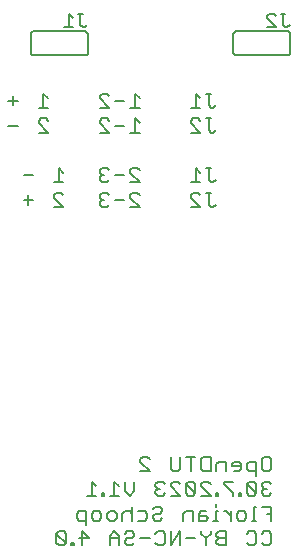
<source format=gbo>
G75*
%MOIN*%
%OFA0B0*%
%FSLAX25Y25*%
%IPPOS*%
%LPD*%
%AMOC8*
5,1,8,0,0,1.08239X$1,22.5*
%
%ADD10C,0.00800*%
%ADD11C,0.00600*%
%ADD12C,0.00500*%
D10*
X0195819Y0049621D02*
X0196605Y0048835D01*
X0198177Y0048835D01*
X0198963Y0049621D01*
X0195819Y0052765D01*
X0195819Y0049621D01*
X0198963Y0049621D02*
X0198963Y0052765D01*
X0198177Y0053551D01*
X0196605Y0053551D01*
X0195819Y0052765D01*
X0200714Y0049621D02*
X0200714Y0048835D01*
X0201500Y0048835D01*
X0201500Y0049621D01*
X0200714Y0049621D01*
X0203432Y0051193D02*
X0206575Y0051193D01*
X0204218Y0053551D01*
X0204218Y0048835D01*
X0213582Y0048835D02*
X0213582Y0051979D01*
X0215154Y0053551D01*
X0216726Y0051979D01*
X0216726Y0048835D01*
X0218657Y0049621D02*
X0219443Y0048835D01*
X0221015Y0048835D01*
X0221801Y0049621D01*
X0221015Y0051193D02*
X0219443Y0051193D01*
X0218657Y0050407D01*
X0218657Y0049621D01*
X0216726Y0051193D02*
X0213582Y0051193D01*
X0218657Y0052765D02*
X0219443Y0053551D01*
X0221015Y0053551D01*
X0221801Y0052765D01*
X0221801Y0051979D01*
X0221015Y0051193D01*
X0223732Y0051193D02*
X0226876Y0051193D01*
X0228808Y0052765D02*
X0229594Y0053551D01*
X0231166Y0053551D01*
X0231951Y0052765D01*
X0231951Y0049621D01*
X0231166Y0048835D01*
X0229594Y0048835D01*
X0228808Y0049621D01*
X0233883Y0048835D02*
X0233883Y0053551D01*
X0237027Y0053551D02*
X0233883Y0048835D01*
X0237027Y0048835D02*
X0237027Y0053551D01*
X0238958Y0051193D02*
X0242102Y0051193D01*
X0244033Y0052765D02*
X0244033Y0053551D01*
X0244033Y0052765D02*
X0245605Y0051193D01*
X0245605Y0048835D01*
X0245605Y0051193D02*
X0247177Y0052765D01*
X0247177Y0053551D01*
X0249108Y0052765D02*
X0249108Y0051979D01*
X0249894Y0051193D01*
X0252252Y0051193D01*
X0249894Y0051193D02*
X0249108Y0050407D01*
X0249108Y0049621D01*
X0249894Y0048835D01*
X0252252Y0048835D01*
X0252252Y0053551D01*
X0249894Y0053551D01*
X0249108Y0052765D01*
X0248929Y0057103D02*
X0248929Y0060247D01*
X0249715Y0060247D01*
X0248929Y0061819D02*
X0248929Y0062605D01*
X0248929Y0065370D02*
X0249715Y0065370D01*
X0249715Y0066156D01*
X0248929Y0066156D01*
X0248929Y0065370D01*
X0247177Y0065370D02*
X0244033Y0068514D01*
X0244033Y0069300D01*
X0244819Y0070086D01*
X0246391Y0070086D01*
X0247177Y0069300D01*
X0247177Y0065370D02*
X0244033Y0065370D01*
X0242102Y0066156D02*
X0242102Y0069300D01*
X0241316Y0070086D01*
X0239744Y0070086D01*
X0238958Y0069300D01*
X0242102Y0066156D01*
X0241316Y0065370D01*
X0239744Y0065370D01*
X0238958Y0066156D01*
X0238958Y0069300D01*
X0237027Y0069300D02*
X0236241Y0070086D01*
X0234669Y0070086D01*
X0233883Y0069300D01*
X0233883Y0068514D01*
X0237027Y0065370D01*
X0233883Y0065370D01*
X0231951Y0066156D02*
X0231166Y0065370D01*
X0229594Y0065370D01*
X0228808Y0066156D01*
X0228808Y0066942D01*
X0229594Y0067728D01*
X0230380Y0067728D01*
X0229594Y0067728D02*
X0228808Y0068514D01*
X0228808Y0069300D01*
X0229594Y0070086D01*
X0231166Y0070086D01*
X0231951Y0069300D01*
X0234669Y0073638D02*
X0233883Y0074424D01*
X0233883Y0078354D01*
X0237027Y0078354D02*
X0237027Y0074424D01*
X0236241Y0073638D01*
X0234669Y0073638D01*
X0240530Y0073638D02*
X0240530Y0078354D01*
X0242102Y0078354D02*
X0238958Y0078354D01*
X0244033Y0077568D02*
X0244033Y0074424D01*
X0244819Y0073638D01*
X0247177Y0073638D01*
X0247177Y0078354D01*
X0244819Y0078354D01*
X0244033Y0077568D01*
X0249108Y0075996D02*
X0249108Y0073638D01*
X0249108Y0075996D02*
X0249894Y0076782D01*
X0252252Y0076782D01*
X0252252Y0073638D01*
X0254184Y0075210D02*
X0257327Y0075210D01*
X0257327Y0074424D02*
X0257327Y0075996D01*
X0256541Y0076782D01*
X0254970Y0076782D01*
X0254184Y0075996D01*
X0254184Y0075210D01*
X0254970Y0073638D02*
X0256541Y0073638D01*
X0257327Y0074424D01*
X0259259Y0074424D02*
X0260045Y0073638D01*
X0262403Y0073638D01*
X0262403Y0072066D02*
X0262403Y0076782D01*
X0260045Y0076782D01*
X0259259Y0075996D01*
X0259259Y0074424D01*
X0264334Y0074424D02*
X0264334Y0077568D01*
X0265120Y0078354D01*
X0266692Y0078354D01*
X0267478Y0077568D01*
X0267478Y0074424D01*
X0266692Y0073638D01*
X0265120Y0073638D01*
X0264334Y0074424D01*
X0265120Y0070086D02*
X0264334Y0069300D01*
X0264334Y0068514D01*
X0265120Y0067728D01*
X0264334Y0066942D01*
X0264334Y0066156D01*
X0265120Y0065370D01*
X0266692Y0065370D01*
X0267478Y0066156D01*
X0265906Y0067728D02*
X0265120Y0067728D01*
X0265120Y0070086D02*
X0266692Y0070086D01*
X0267478Y0069300D01*
X0262403Y0069300D02*
X0262403Y0066156D01*
X0259259Y0069300D01*
X0259259Y0066156D01*
X0260045Y0065370D01*
X0261617Y0065370D01*
X0262403Y0066156D01*
X0262403Y0069300D02*
X0261617Y0070086D01*
X0260045Y0070086D01*
X0259259Y0069300D01*
X0257327Y0066156D02*
X0256541Y0066156D01*
X0256541Y0065370D01*
X0257327Y0065370D01*
X0257327Y0066156D01*
X0254790Y0066156D02*
X0254790Y0065370D01*
X0254790Y0066156D02*
X0251646Y0069300D01*
X0251646Y0070086D01*
X0254790Y0070086D01*
X0253944Y0060247D02*
X0253944Y0057103D01*
X0253944Y0058675D02*
X0252372Y0060247D01*
X0251586Y0060247D01*
X0249715Y0057103D02*
X0248143Y0057103D01*
X0246331Y0057889D02*
X0245545Y0058675D01*
X0243187Y0058675D01*
X0243187Y0059461D02*
X0243187Y0057103D01*
X0245545Y0057103D01*
X0246331Y0057889D01*
X0245545Y0060247D02*
X0243973Y0060247D01*
X0243187Y0059461D01*
X0241256Y0060247D02*
X0241256Y0057103D01*
X0241256Y0060247D02*
X0238898Y0060247D01*
X0238112Y0059461D01*
X0238112Y0057103D01*
X0231106Y0057889D02*
X0230320Y0057103D01*
X0228748Y0057103D01*
X0227962Y0057889D01*
X0227962Y0058675D01*
X0228748Y0059461D01*
X0230320Y0059461D01*
X0231106Y0060247D01*
X0231106Y0061033D01*
X0230320Y0061819D01*
X0228748Y0061819D01*
X0227962Y0061033D01*
X0226030Y0059461D02*
X0226030Y0057889D01*
X0225244Y0057103D01*
X0222887Y0057103D01*
X0220955Y0057103D02*
X0220955Y0061819D01*
X0220169Y0060247D02*
X0218597Y0060247D01*
X0217811Y0059461D01*
X0217811Y0057103D01*
X0215880Y0057889D02*
X0215094Y0057103D01*
X0213522Y0057103D01*
X0212736Y0057889D01*
X0212736Y0059461D01*
X0213522Y0060247D01*
X0215094Y0060247D01*
X0215880Y0059461D01*
X0215880Y0057889D01*
X0220169Y0060247D02*
X0220955Y0059461D01*
X0222887Y0060247D02*
X0225244Y0060247D01*
X0226030Y0059461D01*
X0220229Y0065370D02*
X0218657Y0066942D01*
X0218657Y0070086D01*
X0216726Y0068514D02*
X0215154Y0070086D01*
X0215154Y0065370D01*
X0216726Y0065370D02*
X0213582Y0065370D01*
X0211651Y0065370D02*
X0210865Y0065370D01*
X0210865Y0066156D01*
X0211651Y0066156D01*
X0211651Y0065370D01*
X0209113Y0065370D02*
X0205969Y0065370D01*
X0207541Y0065370D02*
X0207541Y0070086D01*
X0209113Y0068514D01*
X0208447Y0060247D02*
X0210019Y0060247D01*
X0210805Y0059461D01*
X0210805Y0057889D01*
X0210019Y0057103D01*
X0208447Y0057103D01*
X0207661Y0057889D01*
X0207661Y0059461D01*
X0208447Y0060247D01*
X0205730Y0060247D02*
X0203372Y0060247D01*
X0202586Y0059461D01*
X0202586Y0057889D01*
X0203372Y0057103D01*
X0205730Y0057103D01*
X0205730Y0055531D02*
X0205730Y0060247D01*
X0220229Y0065370D02*
X0221801Y0066942D01*
X0221801Y0070086D01*
X0223732Y0073638D02*
X0226876Y0073638D01*
X0223732Y0076782D01*
X0223732Y0077568D01*
X0224518Y0078354D01*
X0226090Y0078354D01*
X0226876Y0077568D01*
X0255875Y0059461D02*
X0256661Y0060247D01*
X0258233Y0060247D01*
X0259019Y0059461D01*
X0259019Y0057889D01*
X0258233Y0057103D01*
X0256661Y0057103D01*
X0255875Y0057889D01*
X0255875Y0059461D01*
X0260831Y0057103D02*
X0262403Y0057103D01*
X0261617Y0057103D02*
X0261617Y0061819D01*
X0262403Y0061819D01*
X0264334Y0061819D02*
X0267478Y0061819D01*
X0267478Y0057103D01*
X0267478Y0059461D02*
X0265906Y0059461D01*
X0266692Y0053551D02*
X0267478Y0052765D01*
X0267478Y0049621D01*
X0266692Y0048835D01*
X0265120Y0048835D01*
X0264334Y0049621D01*
X0262403Y0049621D02*
X0261617Y0048835D01*
X0260045Y0048835D01*
X0259259Y0049621D01*
X0262403Y0049621D02*
X0262403Y0052765D01*
X0261617Y0053551D01*
X0260045Y0053551D01*
X0259259Y0052765D01*
X0264334Y0052765D02*
X0265120Y0053551D01*
X0266692Y0053551D01*
X0248101Y0161650D02*
X0247315Y0161650D01*
X0246529Y0162436D01*
X0246529Y0166366D01*
X0245744Y0166366D02*
X0247315Y0166366D01*
X0247315Y0169918D02*
X0246529Y0170704D01*
X0246529Y0174634D01*
X0245744Y0174634D02*
X0247315Y0174634D01*
X0243812Y0173062D02*
X0242240Y0174634D01*
X0242240Y0169918D01*
X0243812Y0169918D02*
X0240668Y0169918D01*
X0241454Y0166366D02*
X0243026Y0166366D01*
X0243812Y0165580D01*
X0241454Y0166366D02*
X0240668Y0165580D01*
X0240668Y0164794D01*
X0243812Y0161650D01*
X0240668Y0161650D01*
X0248101Y0161650D02*
X0248887Y0162436D01*
X0248101Y0169918D02*
X0247315Y0169918D01*
X0248101Y0169918D02*
X0248887Y0170704D01*
X0223511Y0169918D02*
X0220368Y0173062D01*
X0220368Y0173848D01*
X0221154Y0174634D01*
X0222725Y0174634D01*
X0223511Y0173848D01*
X0223511Y0169918D02*
X0220368Y0169918D01*
X0218436Y0172276D02*
X0215292Y0172276D01*
X0213361Y0173848D02*
X0212575Y0174634D01*
X0211003Y0174634D01*
X0210217Y0173848D01*
X0210217Y0173062D01*
X0211003Y0172276D01*
X0210217Y0171490D01*
X0210217Y0170704D01*
X0211003Y0169918D01*
X0212575Y0169918D01*
X0213361Y0170704D01*
X0211789Y0172276D02*
X0211003Y0172276D01*
X0211003Y0166366D02*
X0210217Y0165580D01*
X0210217Y0164794D01*
X0211003Y0164008D01*
X0210217Y0163222D01*
X0210217Y0162436D01*
X0211003Y0161650D01*
X0212575Y0161650D01*
X0213361Y0162436D01*
X0211789Y0164008D02*
X0211003Y0164008D01*
X0211003Y0166366D02*
X0212575Y0166366D01*
X0213361Y0165580D01*
X0215292Y0164008D02*
X0218436Y0164008D01*
X0220368Y0164794D02*
X0220368Y0165580D01*
X0221154Y0166366D01*
X0222725Y0166366D01*
X0223511Y0165580D01*
X0220368Y0164794D02*
X0223511Y0161650D01*
X0220368Y0161650D01*
X0198135Y0161650D02*
X0194992Y0164794D01*
X0194992Y0165580D01*
X0195778Y0166366D01*
X0197349Y0166366D01*
X0198135Y0165580D01*
X0198135Y0161650D02*
X0194992Y0161650D01*
X0187985Y0164008D02*
X0184841Y0164008D01*
X0186413Y0165580D02*
X0186413Y0162436D01*
X0194992Y0169918D02*
X0198135Y0169918D01*
X0196563Y0169918D02*
X0196563Y0174634D01*
X0198135Y0173062D01*
X0187985Y0172276D02*
X0184841Y0172276D01*
X0189916Y0186453D02*
X0193060Y0186453D01*
X0189916Y0189597D01*
X0189916Y0190383D01*
X0190702Y0191169D01*
X0192274Y0191169D01*
X0193060Y0190383D01*
X0193060Y0194721D02*
X0189916Y0194721D01*
X0191488Y0194721D02*
X0191488Y0199437D01*
X0193060Y0197865D01*
X0182910Y0197079D02*
X0179766Y0197079D01*
X0181338Y0198651D02*
X0181338Y0195507D01*
X0182910Y0188811D02*
X0179766Y0188811D01*
X0210217Y0189597D02*
X0210217Y0190383D01*
X0211003Y0191169D01*
X0212575Y0191169D01*
X0213361Y0190383D01*
X0215292Y0188811D02*
X0218436Y0188811D01*
X0220368Y0186453D02*
X0223511Y0186453D01*
X0221939Y0186453D02*
X0221939Y0191169D01*
X0223511Y0189597D01*
X0223511Y0194721D02*
X0220368Y0194721D01*
X0221939Y0194721D02*
X0221939Y0199437D01*
X0223511Y0197865D01*
X0218436Y0197079D02*
X0215292Y0197079D01*
X0213361Y0198651D02*
X0212575Y0199437D01*
X0211003Y0199437D01*
X0210217Y0198651D01*
X0210217Y0197865D01*
X0213361Y0194721D01*
X0210217Y0194721D01*
X0210217Y0189597D02*
X0213361Y0186453D01*
X0210217Y0186453D01*
X0240668Y0186453D02*
X0243812Y0186453D01*
X0240668Y0189597D01*
X0240668Y0190383D01*
X0241454Y0191169D01*
X0243026Y0191169D01*
X0243812Y0190383D01*
X0245744Y0191169D02*
X0247315Y0191169D01*
X0246529Y0191169D02*
X0246529Y0187239D01*
X0247315Y0186453D01*
X0248101Y0186453D01*
X0248887Y0187239D01*
X0248101Y0194721D02*
X0247315Y0194721D01*
X0246529Y0195507D01*
X0246529Y0199437D01*
X0245744Y0199437D02*
X0247315Y0199437D01*
X0243812Y0197865D02*
X0242240Y0199437D01*
X0242240Y0194721D01*
X0243812Y0194721D02*
X0240668Y0194721D01*
X0248101Y0194721D02*
X0248887Y0195507D01*
D11*
X0255787Y0212250D02*
X0272787Y0212250D01*
X0272847Y0212252D01*
X0272908Y0212257D01*
X0272967Y0212266D01*
X0273026Y0212279D01*
X0273085Y0212295D01*
X0273142Y0212315D01*
X0273197Y0212338D01*
X0273252Y0212365D01*
X0273304Y0212394D01*
X0273355Y0212427D01*
X0273404Y0212463D01*
X0273450Y0212501D01*
X0273494Y0212543D01*
X0273536Y0212587D01*
X0273574Y0212633D01*
X0273610Y0212682D01*
X0273643Y0212733D01*
X0273672Y0212785D01*
X0273699Y0212840D01*
X0273722Y0212895D01*
X0273742Y0212952D01*
X0273758Y0213011D01*
X0273771Y0213070D01*
X0273780Y0213129D01*
X0273785Y0213190D01*
X0273787Y0213250D01*
X0273787Y0219250D01*
X0273785Y0219310D01*
X0273780Y0219371D01*
X0273771Y0219430D01*
X0273758Y0219489D01*
X0273742Y0219548D01*
X0273722Y0219605D01*
X0273699Y0219660D01*
X0273672Y0219715D01*
X0273643Y0219767D01*
X0273610Y0219818D01*
X0273574Y0219867D01*
X0273536Y0219913D01*
X0273494Y0219957D01*
X0273450Y0219999D01*
X0273404Y0220037D01*
X0273355Y0220073D01*
X0273304Y0220106D01*
X0273252Y0220135D01*
X0273197Y0220162D01*
X0273142Y0220185D01*
X0273085Y0220205D01*
X0273026Y0220221D01*
X0272967Y0220234D01*
X0272908Y0220243D01*
X0272847Y0220248D01*
X0272787Y0220250D01*
X0255787Y0220250D01*
X0255727Y0220248D01*
X0255666Y0220243D01*
X0255607Y0220234D01*
X0255548Y0220221D01*
X0255489Y0220205D01*
X0255432Y0220185D01*
X0255377Y0220162D01*
X0255322Y0220135D01*
X0255270Y0220106D01*
X0255219Y0220073D01*
X0255170Y0220037D01*
X0255124Y0219999D01*
X0255080Y0219957D01*
X0255038Y0219913D01*
X0255000Y0219867D01*
X0254964Y0219818D01*
X0254931Y0219767D01*
X0254902Y0219715D01*
X0254875Y0219660D01*
X0254852Y0219605D01*
X0254832Y0219548D01*
X0254816Y0219489D01*
X0254803Y0219430D01*
X0254794Y0219371D01*
X0254789Y0219310D01*
X0254787Y0219250D01*
X0254787Y0213250D01*
X0254789Y0213190D01*
X0254794Y0213129D01*
X0254803Y0213070D01*
X0254816Y0213011D01*
X0254832Y0212952D01*
X0254852Y0212895D01*
X0254875Y0212840D01*
X0254902Y0212785D01*
X0254931Y0212733D01*
X0254964Y0212682D01*
X0255000Y0212633D01*
X0255038Y0212587D01*
X0255080Y0212543D01*
X0255124Y0212501D01*
X0255170Y0212463D01*
X0255219Y0212427D01*
X0255270Y0212394D01*
X0255322Y0212365D01*
X0255377Y0212338D01*
X0255432Y0212315D01*
X0255489Y0212295D01*
X0255548Y0212279D01*
X0255607Y0212266D01*
X0255666Y0212257D01*
X0255727Y0212252D01*
X0255787Y0212250D01*
X0206287Y0213250D02*
X0206287Y0219250D01*
X0206285Y0219310D01*
X0206280Y0219371D01*
X0206271Y0219430D01*
X0206258Y0219489D01*
X0206242Y0219548D01*
X0206222Y0219605D01*
X0206199Y0219660D01*
X0206172Y0219715D01*
X0206143Y0219767D01*
X0206110Y0219818D01*
X0206074Y0219867D01*
X0206036Y0219913D01*
X0205994Y0219957D01*
X0205950Y0219999D01*
X0205904Y0220037D01*
X0205855Y0220073D01*
X0205804Y0220106D01*
X0205752Y0220135D01*
X0205697Y0220162D01*
X0205642Y0220185D01*
X0205585Y0220205D01*
X0205526Y0220221D01*
X0205467Y0220234D01*
X0205408Y0220243D01*
X0205347Y0220248D01*
X0205287Y0220250D01*
X0188287Y0220250D01*
X0188227Y0220248D01*
X0188166Y0220243D01*
X0188107Y0220234D01*
X0188048Y0220221D01*
X0187989Y0220205D01*
X0187932Y0220185D01*
X0187877Y0220162D01*
X0187822Y0220135D01*
X0187770Y0220106D01*
X0187719Y0220073D01*
X0187670Y0220037D01*
X0187624Y0219999D01*
X0187580Y0219957D01*
X0187538Y0219913D01*
X0187500Y0219867D01*
X0187464Y0219818D01*
X0187431Y0219767D01*
X0187402Y0219715D01*
X0187375Y0219660D01*
X0187352Y0219605D01*
X0187332Y0219548D01*
X0187316Y0219489D01*
X0187303Y0219430D01*
X0187294Y0219371D01*
X0187289Y0219310D01*
X0187287Y0219250D01*
X0187287Y0213250D01*
X0187289Y0213190D01*
X0187294Y0213129D01*
X0187303Y0213070D01*
X0187316Y0213011D01*
X0187332Y0212952D01*
X0187352Y0212895D01*
X0187375Y0212840D01*
X0187402Y0212785D01*
X0187431Y0212733D01*
X0187464Y0212682D01*
X0187500Y0212633D01*
X0187538Y0212587D01*
X0187580Y0212543D01*
X0187624Y0212501D01*
X0187670Y0212463D01*
X0187719Y0212427D01*
X0187770Y0212394D01*
X0187822Y0212365D01*
X0187877Y0212338D01*
X0187932Y0212315D01*
X0187989Y0212295D01*
X0188048Y0212279D01*
X0188107Y0212266D01*
X0188166Y0212257D01*
X0188227Y0212252D01*
X0188287Y0212250D01*
X0205287Y0212250D01*
X0205347Y0212252D01*
X0205408Y0212257D01*
X0205467Y0212266D01*
X0205526Y0212279D01*
X0205585Y0212295D01*
X0205642Y0212315D01*
X0205697Y0212338D01*
X0205752Y0212365D01*
X0205804Y0212394D01*
X0205855Y0212427D01*
X0205904Y0212463D01*
X0205950Y0212501D01*
X0205994Y0212543D01*
X0206036Y0212587D01*
X0206074Y0212633D01*
X0206110Y0212682D01*
X0206143Y0212733D01*
X0206172Y0212785D01*
X0206199Y0212840D01*
X0206222Y0212895D01*
X0206242Y0212952D01*
X0206258Y0213011D01*
X0206271Y0213070D01*
X0206280Y0213129D01*
X0206285Y0213190D01*
X0206287Y0213250D01*
D12*
X0205287Y0221500D02*
X0204536Y0221500D01*
X0203785Y0222251D01*
X0203785Y0226004D01*
X0203035Y0226004D02*
X0204536Y0226004D01*
X0201433Y0224503D02*
X0199932Y0226004D01*
X0199932Y0221500D01*
X0201433Y0221500D02*
X0198431Y0221500D01*
X0205287Y0221500D02*
X0206037Y0222251D01*
X0265931Y0221500D02*
X0268933Y0221500D01*
X0265931Y0224503D01*
X0265931Y0225253D01*
X0266682Y0226004D01*
X0268183Y0226004D01*
X0268933Y0225253D01*
X0270535Y0226004D02*
X0272036Y0226004D01*
X0271285Y0226004D02*
X0271285Y0222251D01*
X0272036Y0221500D01*
X0272787Y0221500D01*
X0273537Y0222251D01*
M02*

</source>
